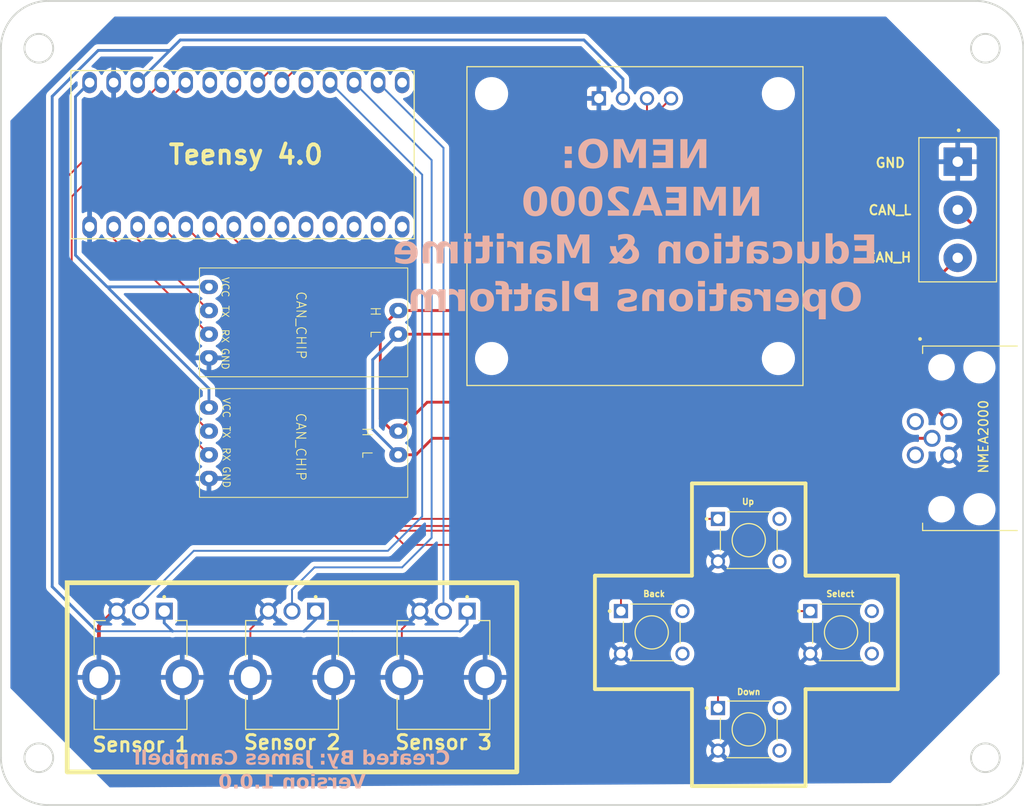
<source format=kicad_pcb>
(kicad_pcb (version 20241229) (generator "pcbnew") (generator_version "9.0")
  (layers (0 "F.Cu" signal) (2 "B.Cu" signal) (13 "F.Paste" user) (15 "B.Paste" user) (5 "F.SilkS" user "F.Silkscreen") (7 "B.SilkS" user "B.Silkscreen") (1 "F.Mask" user) (3 "B.Mask" user) (25 "Edge.Cuts" user))
  (net 0 "")
  (net 1 "CAN_L")
  (net 2 "+3.3V")
  (net 3 "CAN_H")
  (net 4 "GND")
  (net 19 "+5V")
  (net 25 "SCK")
  (net 26 "SDA")
  (net 29 "pot_1")
  (net 30 "pot_2")
  (net 31 "pot_3")
  (net 32 "button_2")
  (net 33 "button_4")
  (net 34 "button_1")
  (net 35 "button_3")
  (net 36 "CAN_1_rx")
  (net 37 "CAN_2_rx")
  (net 38 "CAN_2_tx")
  (net 39 "CAN_1_tx")
  (footprint "1825910-6:SW_1825910-6-4" (layer "F.Cu") (at 90.75 175.25)
    (property "Reference" "Back" (at 0.25 -4.0735 0) (layer "F.SilkS") (effects (font (size 0.630643 0.630643))))
    (property "Value" "1825910-6")
    (fp_line (start -2.995 -1.15) (end -2.995 1.15) (stroke (width 0.127)) (layer "F.SilkS"))
    (fp_line (start -2.2 -2.995) (end 2.3 -2.995) (stroke (width 0.127)) (layer "F.SilkS"))
    (fp_line (start 2.3 2.995) (end -2.3 2.995) (stroke (width 0.127)) (layer "F.SilkS"))
    (fp_line (start 3 -1.15) (end 3 1.15) (stroke (width 0.127)) (layer "F.SilkS"))
    (fp_circle (center -4.445 -2.25) (end -4.345 -2.25) (stroke (width 0.2)) (fill no) (layer "F.SilkS"))
    (fp_circle (center 0 0) (end 1.755 0) (stroke (width 0.127)) (fill no) (layer "F.SilkS"))
    (pad "1" thru_hole rect (at -3.25 -2.25) (size 1.498 1.498) (drill 0.99) (layers "*.Cu" "*.Mask") (net 33 "button_4"))
    (pad "2" thru_hole circle (at 3.25 -2.25) (size 1.498 1.498) (drill 0.99) (layers "*.Cu" "*.Mask"))
    (pad "3" thru_hole circle (at -3.25 2.25) (size 1.498 1.498) (drill 0.99) (layers "*.Cu" "*.Mask") (net 4 "GND"))
    (pad "4" thru_hole circle (at 3.25 2.25) (size 1.498 1.498) (drill 0.99) (layers "*.Cu" "*.Mask"))
  )
  (footprint "CAN_CHIP:CAN_CHIP" (layer "F.Cu") (at 42.97475 136.7265 -90)
    (property "Reference" "U3" (hide yes))
    (property "Value" "~" (hide yes))
    (fp_rect (start 0 -22) (end 11.5 0) (stroke (width 0.1)) (fill no) (layer "F.SilkS"))
    (fp_text user "RX" (at 6.4 -2.27525 270) (layer "F.SilkS") (effects (font (size 0.75 0.75) (thickness 0.09375)) (justify left bottom)))
    (fp_text user "GND" (at 8.4 -2.27525 270) (layer "F.SilkS") (effects (font (size 0.75 0.75) (thickness 0.09375)) (justify left bottom)))
    (fp_text user "VCC" (at 0.9 -2.27525 270) (layer "F.SilkS") (effects (font (size 0.75 0.75) (thickness 0.09375)) (justify left bottom)))
    (fp_text user "TX" (at 3.9 -2.27525 270) (layer "F.SilkS") (effects (font (size 0.75 0.75) (thickness 0.09375)) (justify left bottom)))
    (fp_text user "L" (at 6.5 -18 270) (layer "F.SilkS") (effects (font (thickness 0.1)) (justify left bottom)))
    (fp_text user "H" (at 4 -18 270) (layer "F.SilkS") (effects (font (thickness 0.1)) (justify left bottom)))
    (fp_text user "CAN_CHIP" (at 2.4 -10.15 270) (layer "F.SilkS") (effects (font (thickness 0.1)) (justify left bottom)))
    (pad "1" thru_hole oval (at 2 -1 270) (size 1.5 1.905) (drill 0.8) (layers "*.Cu" "*.Mask") (net 19 "+5V"))
    (pad "2" thru_hole oval (at 4.5 -1 270) (size 1.6 1.905) (drill 0.8) (layers "*.Cu" "*.Mask") (net 38 "CAN_2_tx"))
    (pad "3" thru_hole oval (at 7 -1 270) (size 1.6 1.905) (drill 0.8) (layers "*.Cu" "*.Mask") (net 37 "CAN_2_rx"))
    (pad "4" thru_hole oval (at 9.5 -1 270) (size 1.6 1.905) (drill 0.8) (layers "*.Cu" "*.Mask") (net 4 "GND"))
    (pad "5" thru_hole oval (at 4.5 -21 270) (size 1.6 1.905) (drill 0.8) (layers "*.Cu" "*.Mask") (net 3 "CAN_H"))
    (pad "6" thru_hole oval (at 7 -21 270) (size 1.6 1.905) (drill 0.8) (layers "*.Cu" "*.Mask") (net 1 "CAN_L"))
  )
  (footprint "RV09AF-40-20K-A10K:TRIM_RV09AF-40-20K-A10K" (layer "F.Cu") (at 36.75 180 180)
    (property "Reference" "R1" (hide yes))
    (property "Value" "RV09AF-40-20K-A10K" (hide yes))
    (fp_line (start 4.9 6) (end 4.9 2.22) (stroke (width 0.127)) (layer "F.SilkS"))
    (fp_line (start 4.9 -5.5) (end 4.9 -2.22) (stroke (width 0.127)) (layer "F.SilkS"))
    (fp_line (start 3.72 6) (end 4.9 6) (stroke (width 0.127)) (layer "F.SilkS"))
    (fp_line (start -4.9 6) (end -3.72 6) (stroke (width 0.127)) (layer "F.SilkS"))
    (fp_line (start -4.9 2.22) (end -4.9 6) (stroke (width 0.127)) (layer "F.SilkS"))
    (fp_line (start -4.9 -2.22) (end -4.9 -5.5) (stroke (width 0.127)) (layer "F.SilkS"))
    (fp_line (start -4.9 -5.5) (end 4.9 -5.5) (stroke (width 0.127)) (layer "F.SilkS"))
    (fp_circle (center -2.5 8.5) (end -2.4 8.5) (stroke (width 0.2)) (fill no) (layer "F.SilkS"))
    (pad "1" thru_hole rect (at -2.5 7 180) (size 1.8 1.8) (drill 1.2) (layers "*.Cu" "*.Mask") (net 2 "+3.3V"))
    (pad "2" thru_hole circle (at 0 7 180) (size 1.8 1.8) (drill 1.2) (layers "*.Cu" "*.Mask") (net 29 "pot_1"))
    (pad "3" thru_hole circle (at 2.5 7 180) (size 1.8 1.8) (drill 1.2) (layers "*.Cu" "*.Mask") (net 4 "GND"))
    (pad "SH1" thru_hole oval (at -4.4 0 180) (size 3.5 3.8) (drill oval 2 2.3) (layers "*.Cu" "*.Mask") (net 4 "GND"))
    (pad "SH2" thru_hole oval (at 4.4 0 180) (size 3.5 3.8) (drill oval 2 2.3) (layers "*.Cu" "*.Mask") (net 4 "GND"))
  )
  (footprint "1825910-6:SW_1825910-6-4" (layer "F.Cu") (at 110.75 175.25)
    (property "Reference" "Select" (at -0.07525 -4.0735 0) (layer "F.SilkS") (effects (font (size 0.630643 0.630643))))
    (property "Value" "1825910-6")
    (fp_line (start -2.995 -1.15) (end -2.995 1.15) (stroke (width 0.127)) (layer "F.SilkS"))
    (fp_line (start -2.2 -2.995) (end 2.3 -2.995) (stroke (width 0.127)) (layer "F.SilkS"))
    (fp_line (start 2.3 2.995) (end -2.3 2.995) (stroke (width 0.127)) (layer "F.SilkS"))
    (fp_line (start 3 -1.15) (end 3 1.15) (stroke (width 0.127)) (layer "F.SilkS"))
    (fp_circle (center -4.445 -2.25) (end -4.345 -2.25) (stroke (width 0.2)) (fill no) (layer "F.SilkS"))
    (fp_circle (center 0 0) (end 1.755 0) (stroke (width 0.127)) (fill no) (layer "F.SilkS"))
    (pad "1" thru_hole rect (at -3.25 -2.25) (size 1.498 1.498) (drill 0.99) (layers "*.Cu" "*.Mask") (net 34 "button_1"))
    (pad "2" thru_hole circle (at 3.25 -2.25) (size 1.498 1.498) (drill 0.99) (layers "*.Cu" "*.Mask"))
    (pad "3" thru_hole circle (at -3.25 2.25) (size 1.498 1.498) (drill 0.99) (layers "*.Cu" "*.Mask") (net 4 "GND"))
    (pad "4" thru_hole circle (at 3.25 2.25) (size 1.498 1.498) (drill 0.99) (layers "*.Cu" "*.Mask"))
  )
  (footprint "1825910-6:SW_1825910-6-4" (layer "F.Cu") (at 101 185.5)
    (property "Reference" "Down" (at 0 -3.9615 0) (layer "F.SilkS") (effects (font (size 0.630643 0.630643))))
    (property "Value" "1825910-6")
    (fp_line (start -2.995 -1.15) (end -2.995 1.15) (stroke (width 0.127)) (layer "F.SilkS"))
    (fp_line (start -2.2 -2.995) (end 2.3 -2.995) (stroke (width 0.127)) (layer "F.SilkS"))
    (fp_line (start 2.3 2.995) (end -2.3 2.995) (stroke (width 0.127)) (layer "F.SilkS"))
    (fp_line (start 3 -1.15) (end 3 1.15) (stroke (width 0.127)) (layer "F.SilkS"))
    (fp_circle (center -4.445 -2.25) (end -4.345 -2.25) (stroke (width 0.2)) (fill no) (layer "F.SilkS"))
    (fp_circle (center 0 0) (end 1.755 0) (stroke (width 0.127)) (fill no) (layer "F.SilkS"))
    (pad "1" thru_hole rect (at -3.25 -2.25) (size 1.498 1.498) (drill 0.99) (layers "*.Cu" "*.Mask") (net 35 "button_3"))
    (pad "2" thru_hole circle (at 3.25 -2.25) (size 1.498 1.498) (drill 0.99) (layers "*.Cu" "*.Mask"))
    (pad "3" thru_hole circle (at -3.25 2.25) (size 1.498 1.498) (drill 0.99) (layers "*.Cu" "*.Mask") (net 4 "GND"))
    (pad "4" thru_hole circle (at 3.25 2.25) (size 1.498 1.498) (drill 0.99) (layers "*.Cu" "*.Mask"))
  )
  (footprint "Teensy:MODULE_DEV-15583" (layer "F.Cu") (at 47.87475 124.75 90)
    (property "Reference" "Teensy 4.0" (at 0 0 0) (layer "F.SilkS") (effects (font (size 2 2) (thickness 0.4) (bold yes))))
    (property "Value" "DEV-15583" (hide yes))
    (fp_line (start 8.89 -18.48) (end 8.89 17.78) (stroke (width 0.127)) (layer "F.SilkS"))
    (fp_line (start -8.89 -18.48) (end 8.89 -18.48) (stroke (width 0.127)) (layer "F.SilkS"))
    (fp_line (start 8.89 17.78) (end -8.89 17.78) (stroke (width 0.127)) (layer "F.SilkS"))
    (fp_line (start -8.89 17.78) (end -8.89 -18.48) (stroke (width 0.127)) (layer "F.SilkS"))
    (pad "0" thru_hole oval (at -7.62 -13.97 90) (size 2.25 1.53) (drill 1.02) (layers "*.Cu" "*.Mask") (net 37 "CAN_2_rx"))
    (pad "1" thru_hole oval (at -7.62 -11.43 90) (size 2.25 1.53) (drill 1.02) (layers "*.Cu" "*.Mask") (net 38 "CAN_2_tx"))
    (pad "2" thru_hole oval (at -7.62 -8.89 90) (size 2.25 1.53) (drill 1.02) (layers "*.Cu" "*.Mask") (net 33 "button_4"))
    (pad "3" thru_hole oval (at -7.62 -6.35 90) (size 2.25 1.53) (drill 1.02) (layers "*.Cu" "*.Mask") (net 35 "button_3"))
    (pad "3.3V_2" thru_hole oval (at 7.62 -11.43 90) (size 2.25 1.53) (drill 1.02) (layers "*.Cu" "*.Mask") (net 2 "+3.3V"))
    (pad "4" thru_hole oval (at -7.62 -3.81 90) (size 2.25 1.53) (drill 1.02) (layers "*.Cu" "*.Mask") (net 34 "button_1"))
    (pad "5" thru_hole oval (at -7.62 -1.27 90) (size 2.25 1.53) (drill 1.02) (layers "*.Cu" "*.Mask") (net 32 "button_2"))
    (pad "6" thru_hole oval (at -7.62 1.27 90) (size 2.25 1.53) (drill 1.02) (layers "*.Cu" "*.Mask"))
    (pad "7" thru_hole oval (at -7.62 3.81 90) (size 2.25 1.53) (drill 1.02) (layers "*.Cu" "*.Mask"))
    (pad "8" thru_hole oval (at -7.62 6.35 90) (size 2.25 1.53) (drill 1.02) (layers "*.Cu" "*.Mask"))
    (pad "9" thru_hole oval (at -7.62 8.89 90) (size 2.25 1.53) (drill 1.02) (layers "*.Cu" "*.Mask"))
    (pad "10" thru_hole oval (at -7.62 11.43 90) (size 2.25 1.53) (drill 1.02) (layers "*.Cu" "*.Mask"))
    (pad "11" thru_hole oval (at -7.62 13.97 90) (size 2.25 1.53) (drill 1.02) (layers "*.Cu" "*.Mask"))
    (pad "12" thru_hole oval (at -7.62 16.51 90) (size 2.25 1.53) (drill 1.02) (layers "*.Cu" "*.Mask"))
    (pad "13" thru_hole oval (at 7.62 16.51 90) (size 2.25 1.53) (drill 1.02) (layers "*.Cu" "*.Mask"))
    (pad "14" thru_hole oval (at 7.62 13.97 90) (size 2.25 1.53) (drill 1.02) (layers "*.Cu" "*.Mask") (net 31 "pot_3"))
    (pad "15" thru_hole oval (at 7.62 11.43 90) (size 2.25 1.53) (drill 1.02) (layers "*.Cu" "*.Mask") (net 30 "pot_2"))
    (pad "16" thru_hole oval (at 7.62 8.89 90) (size 2.25 1.53) (drill 1.02) (layers "*.Cu" "*.Mask") (net 29 "pot_1"))
    (pad "17" thru_hole oval (at 7.62 6.35 90) (size 2.25 1.53) (drill 1.02) (layers "*.Cu" "*.Mask"))
    (pad "18" thru_hole oval (at 7.62 3.81 90) (size 2.25 1.53) (drill 1.02) (layers "*.Cu" "*.Mask") (net 26 "SDA"))
    (pad "19" thru_hole oval (at 7.62 1.27 90) (size 2.25 1.53) (drill 1.02) (layers "*.Cu" "*.Mask") (net 25 "SCK"))
    (pad "20" thru_hole oval (at 7.62 -1.27 90) (size 2.25 1.53) (drill 1.02) (layers "*.Cu" "*.Mask"))
    (pad "21" thru_hole oval (at 7.62 -3.81 90) (size 2.25 1.53) (drill 1.02) (layers "*.Cu" "*.Mask"))
    (pad "22" thru_hole oval (at 7.62 -6.35 90) (size 2.25 1.53) (drill 1.02) (layers "*.Cu" "*.Mask") (net 39 "CAN_1_tx"))
    (pad "23" thru_hole oval (at 7.62 -8.89 90) (size 2.25 1.53) (drill 1.02) (layers "*.Cu" "*.Mask") (net 36 "CAN_1_rx"))
    (pad "G1" thru_hole oval (at -7.62 -16.51 90) (size 2.25 1.53) (drill 1.02) (layers "*.Cu" "*.Mask") (net 4 "GND"))
    (pad "G3" thru_hole oval (at 7.62 -13.97 90) (size 2.25 1.53) (drill 1.02) (layers "*.Cu" "*.Mask") (net 4 "GND"))
    (pad "VIN" thru_hole oval (at 7.62 -16.51 90) (size 2.25 1.53) (drill 1.02) (layers "*.Cu" "*.Mask") (net 19 "+5V"))
  )
  (footprint "OLED_128X64_1.3_I2C:LCD_OLED_128X64_1.3_I2C" (layer "F.Cu") (at 88.98 132.3)
    (property "Reference" "DS1" (hide yes))
    (property "Value" "OLED_128X64_1.3_I2C" (hide yes))
    (fp_line (start -17.75 -16.85) (end 17.75 -16.85) (stroke (width 0.127)) (layer "F.SilkS"))
    (fp_line (start -17.75 16.85) (end -17.75 -16.85) (stroke (width 0.127)) (layer "F.SilkS"))
    (fp_line (start 17.75 -16.85) (end 17.75 16.85) (stroke (width 0.127)) (layer "F.SilkS"))
    (fp_line (start 17.75 16.85) (end -17.75 16.85) (stroke (width 0.127)) (layer "F.SilkS"))
    (fp_circle (center -3.81 -17.4) (end -3.71 -17.4) (stroke (width 0.2)) (fill no) (layer "F.SilkS"))
    (pad "" np_thru_hole circle (at -15.15 -14) (size 3 3) (drill 3) (layers "*.Cu" "*.Mask"))
    (pad "" np_thru_hole circle (at -15.15 14) (size 3 3) (drill 3) (layers "*.Cu" "*.Mask"))
    (pad "" np_thru_hole circle (at 15.15 -14) (size 3 3) (drill 3) (layers "*.Cu" "*.Mask"))
    (pad "" np_thru_hole circle (at 15.15 14) (size 3 3) (drill 3) (layers "*.Cu" "*.Mask"))
    (pad "1" thru_hole rect (at -3.81 -13.5) (size 1.508 1.508) (drill 1) (layers "*.Cu" "*.Mask") (net 4 "GND"))
    (pad "2" thru_hole circle (at -1.27 -13.5) (size 1.508 1.508) (drill 1) (layers "*.Cu" "*.Mask") (net 2 "+3.3V"))
    (pad "3" thru_hole circle (at 1.27 -13.5) (size 1.508 1.508) (drill 1) (layers "*.Cu" "*.Mask") (net 25 "SCK"))
    (pad "4" thru_hole circle (at 3.81 -13.5) (size 1.508 1.508) (drill 1) (layers "*.Cu" "*.Mask") (net 26 "SDA"))
  )
  (footprint "1825910-6:SW_1825910-6-4" (layer "F.Cu") (at 101 165.5)
    (property "Reference" "Up" (at -0.07525 -4.0735 0) (layer "F.SilkS") (effects (font (size 0.630643 0.630643))))
    (property "Value" "1825910-6")
    (fp_line (start -2.995 -1.15) (end -2.995 1.15) (stroke (width 0.127)) (layer "F.SilkS"))
    (fp_line (start -2.2 -2.995) (end 2.3 -2.995) (stroke (width 0.127)) (layer "F.SilkS"))
    (fp_line (start 2.3 2.995) (end -2.3 2.995) (stroke (width 0.127)) (layer "F.SilkS"))
    (fp_line (start 3 -1.15) (end 3 1.15) (stroke (width 0.127)) (layer "F.SilkS"))
    (fp_circle (center -4.445 -2.25) (end -4.345 -2.25) (stroke (width 0.2)) (fill no) (layer "F.SilkS"))
    (fp_circle (center 0 0) (end 1.755 0) (stroke (width 0.127)) (fill no) (layer "F.SilkS"))
    (pad "1" thru_hole rect (at -3.25 -2.25) (size 1.498 1.498) (drill 0.99) (layers "*.Cu" "*.Mask") (net 32 "button_2"))
    (pad "2" thru_hole circle (at 3.25 -2.25) (size 1.498 1.498) (drill 0.99) (layers "*.Cu" "*.Mask"))
    (pad "3" thru_hole circle (at -3.25 2.25) (size 1.498 1.498) (drill 0.99) (layers "*.Cu" "*.Mask") (net 4 "GND"))
    (pad "4" thru_hole circle (at 3.25 2.25) (size 1.498 1.498) (drill 0.99) (layers "*.Cu" "*.Mask"))
  )
  (footprint "CAN_CHIP:CAN_CHIP" (layer "F.Cu") (at 42.97475 149.4765 -90)
    (property "Reference" "U2" (hide yes))
    (property "Value" "~" (hide yes))
    (fp_rect (start 0 -22) (end 11.5 0) (stroke (width 0.1)) (fill no) (layer "F.SilkS"))
    (fp_text user "VCC" (at 0.9 -2.4 270) (layer "F.SilkS") (effects (font (size 0.75 0.75) (thickness 0.09375)) (justify left bottom)))
    (fp_text user "RX" (at 6.15 -2.4 270) (layer "F.SilkS") (effects (font (size 0.75 0.75) (thickness 0.09375)) (justify left bottom)))
    (fp_text user "L" (at 6.5 -17.12475 270) (layer "F.SilkS") (effects (font (thickness 0.1)) (justify left bottom)))
    (fp_text user "TX" (at 3.9 -2.4 270) (layer "F.SilkS") (effects (font (size 0.75 0.75) (thickness 0.1)) (justify left bottom)))
    (fp_text user "CAN_CHIP" (at 2.5 -10.12475 270) (layer "F.SilkS") (effects (font (thickness 0.1)) (justify left bottom)))
    (fp_text user "H" (at 4 -17.12475 270) (layer "F.SilkS") (effects (font (thickness 0.1)) (justify left bottom)))
    (fp_text user "GND" (at 8.15 -2.4 270) (layer "F.SilkS") (effects (font (size 0.75 0.75) (thickness 0.09375)) (justify left bottom)))
    (pad "1" thru_hole oval (at 2 -1 270) (size 1.5 1.905) (drill 0.8) (layers "*.Cu" "*.Mask") (net 19 "+5V"))
    (pad "2" thru_hole oval (at 4.5 -1 270) (size 1.6 1.905) (drill 0.8) (layers "*.Cu" "*.Mask") (net 39 "CAN_1_tx"))
    (pad "3" thru_hole oval (at 7 -1 270) (size 1.6 1.905) (drill 0.8) (layers "*.Cu" "*.Mask") (net 36 "CAN_1_rx"))
    (pad "4" thru_hole oval (at 9.5 -1 270) (size 1.6 1.905) (drill 0.8) (layers "*.Cu" "*.Mask") (net 4 "GND"))
    (pad "5" thru_hole oval (at 4.5 -21 270) (size 1.6 1.905) (drill 0.8) (layers "*.Cu" "*.Mask") (net 3 "CAN_H"))
    (pad "6" thru_hole oval (at 7 -21 270) (size 1.6 1.905) (drill 0.8) (layers "*.Cu" "*.Mask") (net 1 "CAN_L"))
  )
  (footprint "RV09AF-40-20K-A10K:TRIM_RV09AF-40-20K-A10K" (layer "F.Cu") (at 52.75 180 180)
    (property "Reference" "R2" (hide yes))
    (property "Value" "RV09AF-40-20K-A10K" (hide yes))
    (fp_line (start 4.9 6) (end 4.9 2.22) (stroke (width 0.127)) (layer "F.SilkS"))
    (fp_line (start 4.9 -5.5) (end 4.9 -2.22) (stroke (width 0.127)) (layer "F.SilkS"))
    (fp_line (start 3.72 6) (end 4.9 6) (stroke (width 0.127)) (layer "F.SilkS"))
    (fp_line (start -4.9 6) (end -3.72 6) (stroke (width 0.127)) (layer "F.SilkS"))
    (fp_line (start -4.9 2.22) (end -4.9 6) (stroke (width 0.127)) (layer "F.SilkS"))
    (fp_line (start -4.9 -2.22) (end -4.9 -5.5) (stroke (width 0.127)) (layer "F.SilkS"))
    (fp_line (start -4.9 -5.5) (end 4.9 -5.5) (stroke (width 0.127)) (layer "F.SilkS"))
    (fp_circle (center -2.5 8.5) (end -2.4 8.5) (stroke (width 0.2)) (fill no) (layer "F.SilkS"))
    (pad "1" thru_hole rect (at -2.5 7 180) (size 1.8 1.8) (drill 1.2) (layers "*.Cu" "*.Mask") (net 2 "+3.3V"))
    (pad "2" thru_hole circle (at 0 7 180) (size 1.8 1.8) (drill 1.2) (layers "*.Cu" "*.Mask") (net 30 "pot_2"))
    (pad "3" thru_hole circle (at 2.5 7 180) (size 1.8 1.8) (drill 1.2) (layers "*.Cu" "*.Mask") (net 4 "GND"))
    (pad "SH1" thru_hole oval (at -4.4 0 180) (size 3.5 3.8) (drill oval 2 2.3) (layers "*.Cu" "*.Mask") (net 4 "GND"))
    (pad "SH2" thru_hole oval (at 4.4 0 180) (size 3.5 3.8) (drill oval 2 2.3) (layers "*.Cu" "*.Mask") (net 4 "GND"))
  )
  (footprint "CAN_CHIP:NMEA2000" (layer "F.Cu") (at 120.3675 154.73225 90)
    (property "Reference" "NMEA2000" (at 0.16775 5.43225 90) (layer "F.SilkS"))
    (property "Value" "54-00387" (hide yes))
    (fp_line (start 9.75 -1) (end 8.97 -1) (stroke (width 0.127)) (layer "F.SilkS"))
    (fp_line (start -9.75 -1) (end -8.97 -1) (stroke (width 0.127)) (layer "F.SilkS"))
    (fp_line (start 9.75 9) (end 9.75 -1) (stroke (width 0.127)) (layer "F.SilkS"))
    (fp_line (start -9.75 9) (end -9.75 -1) (stroke (width 0.127)) (layer "F.SilkS"))
    (fp_circle (center 10.5 -1.27) (end 10.6 -1.27) (stroke (width 0.2)) (fill no) (layer "F.SilkS"))
    (pad "" np_thru_hole circle (at -7.5 1 90) (size 2.3 2.3) (drill 2.3) (layers "*.Cu" "*.Mask"))
    (pad "" np_thru_hole circle (at -7.5 5 90) (size 2.9 2.9) (drill 2.9) (layers "*.Cu" "*.Mask"))
    (pad "" np_thru_hole circle (at 7.5 1 90) (size 2.3 2.3) (drill 2.3) (layers "*.Cu" "*.Mask"))
    (pad "" np_thru_hole circle (at 7.5 5 90) (size 2.9 2.9) (drill 2.9) (layers "*.Cu" "*.Mask"))
    (pad "1" thru_hole circle (at 1.76775 -1.76775 90) (size 1.8 1.8) (drill 1.2) (layers "*.Cu" "*.Mask"))
    (pad "2" thru_hole circle (at -1.76775 -1.76775 90) (size 1.8 1.8) (drill 1.2) (layers "*.Cu" "*.Mask"))
    (pad "3" thru_hole circle (at -1.76775 1.76775 90) (size 1.8 1.8) (drill 1.2) (layers "*.Cu" "*.Mask") (net 4 "GND"))
    (pad "4" thru_hole circle (at 1.76775 1.76775 90) (size 1.8 1.8) (drill 1.2) (layers "*.Cu" "*.Mask") (net 3 "CAN_H"))
    (pad "5" thru_hole circle (at 0 0 90) (size 1.8 1.8) (drill 1.2) (layers "*.Cu" "*.Mask") (net 1 "CAN_L"))
  )
  (footprint "RV09AF-40-20K-A10K:TRIM_RV09AF-40-20K-A10K" (layer "F.Cu") (at 68.75 180 180)
    (property "Reference" "R3" (hide yes))
    (property "Value" "RV09AF-40-20K-A10K" (hide yes))
    (fp_line (start 4.9 6) (end 4.9 2.22) (stroke (width 0.127)) (layer "F.SilkS"))
    (fp_line (start 4.9 -5.5) (end 4.9 -2.22) (stroke (width 0.127)) (layer "F.SilkS"))
    (fp_line (start 3.72 6) (end 4.9 6) (stroke (width 0.127)) (layer "F.SilkS"))
    (fp_line (start -4.9 6) (end -3.72 6) (stroke (width 0.127)) (layer "F.SilkS"))
    (fp_line (start -4.9 2.22) (end -4.9 6) (stroke (width 0.127)) (layer "F.SilkS"))
    (fp_line (start -4.9 -2.22) (end -4.9 -5.5) (stroke (width 0.127)) (layer "F.SilkS"))
    (fp_line (start -4.9 -5.5) (end 4.9 -5.5) (stroke (width 0.127)) (layer "F.SilkS"))
    (fp_circle (center -2.5 8.5) (end -2.4 8.5) (stroke (width 0.2)) (fill no) (layer "F.SilkS"))
    (pad "1" thru_hole rect (at -2.5 7 180) (size 1.8 1.8) (drill 1.2) (layers "*.Cu" "*.Mask") (net 2 "+3.3V"))
    (pad "2" thru_hole circle (at 0 7 180) (size 1.8 1.8) (drill 1.2) (layers "*.Cu" "*.Mask") (net 31 "pot_3"))
    (pad "3" thru_hole circle (at 2.5 7 180) (size 1.8 1.8) (drill 1.2) (layers "*.Cu" "*.Mask") (net 4 "GND"))
    (pad "SH1" thru_hole oval (at -4.4 0 180) (size 3.5 3.8) (drill oval 2 2.3) (layers "*.Cu" "*.Mask") (net 4 "GND"))
    (pad "SH2" thru_hole oval (at 4.4 0 180) (size 3.5 3.8) (drill oval 2 2.3) (layers "*.Cu" "*.Mask") (net 4 "GND"))
  )
  (footprint "3_pin_terminal_block:TE_282837-3" (layer "F.Cu") (at 123.07525 130.57525 -90)
    (property "Reference" "J1" (hide yes))
    (property "Value" "282837-3" (hide yes))
    (fp_line (start -7.62 4.1) (end -7.62 -4.1) (stroke (width 0.127)) (layer "F.SilkS"))
    (fp_line (start 7.62 4.1) (end -7.62 4.1) (stroke (width 0.127)) (layer "F.SilkS"))
    (fp_line (start -7.62 -4.1) (end 7.62 -4.1) (stroke (width 0.127)) (layer "F.SilkS"))
    (fp_line (start 7.62 -4.1) (end 7.62 4.1) (stroke (width 0.127)) (layer "F.SilkS"))
    (fp_circle (center -8.4 -0.1) (end -8.3 -0.1) (stroke (width 0.2)) (fill no) (layer "F.SilkS"))
    (pad "1" thru_hole rect (at -5.08 0 270) (size 3 3) (drill 1.1) (layers "*.Cu" "*.Mask") (net 4 "GND"))
    (pad "2" thru_hole circle (at 0 0 270) (size 3 3) (drill 1.1) (layers "*.Cu" "*.Mask") (net 1 "CAN_L"))
    (pad "3" thru_hole circle (at 5.08 0 270) (size 3 3) (drill 1.1) (layers "*.Cu" "*.Mask") (net 3 "CAN_H"))
  )
  (gr_line (start 84.75 181.25) (end 95 181.25) (stroke (width 0.4)) (layer "F.SilkS"))
  (gr_line (start 116.75 181.25) (end 116.75 169.25) (stroke (width 0.4)) (layer "F.SilkS"))
  (gr_line (start 107 191.5) (end 107 181.25) (stroke (width 0.4)) (layer "F.SilkS"))
  (gr_line (start 107 159.5) (end 95 159.5) (stroke (width 0.4)) (layer "F.SilkS"))
  (gr_line (start 95 191.5) (end 107 191.5) (stroke (width 0.4)) (layer "F.SilkS"))
  (gr_line (start 95 169.25) (end 84.75 169.25) (stroke (width 0.4)) (layer "F.SilkS"))
  (gr_line (start 95 159.5) (end 95 169.25) (stroke (width 0.4)) (layer "F.SilkS"))
  (gr_line (start 107 169.25) (end 107 159.5) (stroke (width 0.4)) (layer "F.SilkS"))
  (gr_line (start 116.75 169.25) (end 107 169.25) (stroke (width 0.4)) (layer "F.SilkS"))
  (gr_rect (start 29 170) (end 76.5 190) (stroke (width 0.5)) (fill no) (layer "F.SilkS"))
  (gr_line (start 95 181.25) (end 95 191.5) (stroke (width 0.4)) (layer "F.SilkS"))
  (gr_line (start 107 181.25) (end 116.75 181.25) (stroke (width 0.4)) (layer "F.SilkS"))
  (gr_line (start 84.75 169.25) (end 84.75 181.25) (stroke (width 0.4)) (layer "F.SilkS"))
  (gr_line (start 22 113.5) (end 22 188.5) (stroke (width 0.2)) (layer "Edge.Cuts"))
  (gr_circle (center 126 113.5) (end 127.52 113.5) (stroke (width 0.2)) (fill no) (layer "Edge.Cuts"))
  (gr_arc (start 22 113.5) (mid 23.464466 109.964466) (end 27 108.5) (stroke (width 0.2)) (layer "Edge.Cuts"))
  (gr_arc (start 27 193.5) (mid 23.464466 192.035534) (end 22 188.5) (stroke (width 0.2)) (layer "Edge.Cuts"))
  (gr_line (start 130 113.5) (end 130 188.5) (stroke (width 0.2)) (layer "Edge.Cuts"))
  (gr_circle (center 26 188.5) (end 27.52 188.5) (stroke (width 0.2)) (fill no) (layer "Edge.Cuts"))
  (gr_line (start 27 193.5) (end 125 193.5) (stroke (width 0.2)) (layer "Edge.Cuts"))
  (gr_circle (center 126 188.5) (end 127.52 188.5) (stroke (width 0.2)) (fill no) (layer "Edge.Cuts"))
  (gr_arc (start 125 108.5) (mid 128.535534 109.964466) (end 130 113.5) (stroke (width 0.2)) (layer "Edge.Cuts"))
  (gr_line (start 27 108.5) (end 125 108.5) (stroke (width 0.2)) (layer "Edge.Cuts"))
  (gr_arc (start 130 188.5) (mid 128.535534 192.035534) (end 125 193.5) (stroke (width 0.2)) (layer "Edge.Cuts"))
  (gr_circle (center 26 113.5) (end 27.52 113.5) (stroke (width 0.2)) (fill no) (layer "Edge.Cuts"))
  (gr_text "GND" (at 114.298063 126.20175 0) (layer "F.SilkS") (effects (font (size 1 1) (thickness 0.2) (bold yes)) (justify left bottom)))
  (gr_text "CAN_L" (at 113.548063 131.20175 0) (layer "F.SilkS") (effects (font (size 1 1) (thickness 0.2) (bold yes)) (justify left bottom)))
  (gr_text "Sensor 3" (at 63.5 187.75 0) (layer "F.SilkS") (effects (font (size 1.5 1.5) (thickness 0.3) (bold yes)) (justify left bottom)))
  (gr_text "Sensor 2" (at 47.5 187.75 0) (layer "F.SilkS") (effects (font (size 1.5 1.5) (thickness 0.3) (bold yes)) (justify left bottom)))
  (gr_text "Sensor 1" (at 31.5 188 0) (layer "F.SilkS") (effects (font (size 1.5 1.5) (thickness 0.3) (bold yes)) (justify left bottom)))
  (gr_text "CAN_H" (at 113.298063 136.20175 0) (layer "F.SilkS") (effects (font (size 1 1) (thickness 0.2) (bold yes)) (justify left bottom)))
  (gr_text "Created By: James Campbell\nVersion 1.0.0" (at 52.75 192 0) (layer "B.SilkS") (effects (font (size 1.5 1.5) (thickness 0.375) (bold yes)) (justify bottom mirror)))
  (gr_text "NEMO:\nNMEA2000 \nEducation & Maritime\nOperations Platform\n\n" (at 89 135 0) (layer "B.SilkS") (effects (font (size 3 3) (thickness 0.25) (bold yes)) (justify mirror)))
  (segment (start 119.27525 143.7265) (end 63.97475 143.7265) (width 0.3) (layer "F.Cu") (net 1))
  (segment (start 67.595001 154.73225) (end 120.3675 154.73225) (width 0.3) (layer "F.Cu") (net 1))
  (segment (start 126 137.00175) (end 119.27525 143.7265) (width 0.3) (layer "F.Cu") (net 1))
  (segment (start 126 133.5) (end 126 137.00175) (width 0.3) (layer "F.Cu") (net 1))
  (segment (start 65.850751 156.4765) (end 63.97475 156.4765) (width 0.3) (layer "F.Cu") (net 1))
  (segment (start 123.07525 130.57525) (end 126 133.5) (width 0.3) (layer "F.Cu") (net 1))
  (segment (start 67.595001 154.73225) (end 65.850751 156.4765) (width 0.3) (layer "F.Cu") (net 1))
  (segment (start 63.97475 156.4765) (end 61.27475 153.7765) (width 0.3) (layer "B.Cu") (net 1))
  (segment (start 61.27475 153.7765) (end 61.27475 146.4265) (width 0.3) (layer "B.Cu") (net 1))
  (segment (start 61.27475 146.4265) (end 63.97475 143.7265) (width 0.3) (layer "B.Cu") (net 1))
  (segment (start 40.12475 175.1265) (end 39.25 174.25175) (width 0.3) (layer "B.Cu") (net 2))
  (segment (start 59.12475 175.1265) (end 54 175.1265) (width 0.2) (layer "B.Cu") (net 2))
  (segment (start 71.25 174.3765) (end 71.25 173) (width 0.3) (layer "B.Cu") (net 2))
  (segment (start 39.25 174.25175) (end 39.25 172.25) (width 0.3) (layer "B.Cu") (net 2))
  (segment (start 87.71 116.75) (end 87.71 118.8) (width 0.3) (layer "B.Cu") (net 2))
  (segment (start 83.5865 112.6265) (end 87.71 116.75) (width 0.3) (layer "B.Cu") (net 2))
  (segment (start 27.414125 118.585875) (end 27.414125 170.415875) (width 0.3) (layer "B.Cu") (net 2))
  (segment (start 54 175.1265) (end 40.12475 175.1265) (width 0.2) (layer "B.Cu") (net 2))
  (segment (start 40.94825 112.6265) (end 39.84825 113.7265) (width 0.2) (layer "B.Cu") (net 2))
  (segment (start 55.25 173.8765) (end 55.25 173) (width 0.2) (layer "B.Cu") (net 2))
  (segment (start 32.12475 175.1265) (end 40.12475 175.1265) (width 0.2) (layer "B.Cu") (net 2))
  (segment (start 70.5 175.1265) (end 59.12475 175.1265) (width 0.2) (layer "B.Cu") (net 2))
  (segment (start 70.5 175.1265) (end 71.25 174.3765) (width 0.3) (layer "B.Cu") (net 2))
  (segment (start 40.94825 112.6265) (end 83.5865 112.6265) (width 0.3) (layer "B.Cu") (net 2))
  (segment (start 39.84825 113.7265) (end 32.2735 113.7265) (width 0.3) (layer "B.Cu") (net 2))
  (segment (start 36.44475 117.13) (end 40.94825 112.6265) (width 0.3) (layer "B.Cu") (net 2))
  (segment (start 54 175.1265) (end 55.25 173.8765) (width 0.3) (layer "B.Cu") (net 2))
  (segment (start 32.2735 113.7265) (end 27.414125 118.585875) (width 0.3) (layer "B.Cu") (net 2))
  (segment (start 27.414125 170.415875) (end 32.12475 175.1265) (width 0.3) (layer "B.Cu") (net 2))
  (segment (start 63.97475 141.2265) (end 117.504 141.2265) (width 0.3) (layer "F.Cu") (net 3))
  (segment (start 67.03925 150.912) (end 113.5 150.912) (width 0.3) (layer "F.Cu") (net 3))
  (segment (start 113.5 150.912) (end 120.08275 150.912) (width 0.3) (layer "F.Cu") (net 3))
  (segment (start 63.97475 153.9765) (end 67.03925 150.912) (width 0.3) (layer "F.Cu") (net 3))
  (segment (start 63.97475 141.2265) (end 62.07475 143.1265) (width 0.3) (layer "F.Cu") (net 3))
  (segment (start 62.07475 143.1265) (end 62.07475 152.6765) (width 0.3) (layer "F.Cu") (net 3))
  (segment (start 120.08275 150.912) (end 122.13525 152.9645) (width 0.3) (layer "F.Cu") (net 3))
  (segment (start 62.07475 152.6765) (end 63.37475 153.9765) (width 0.3) (layer "F.Cu") (net 3))
  (segment (start 117.504 141.2265) (end 123.07525 135.65525) (width 0.3) (layer "F.Cu") (net 3))
  (segment (start 63.37475 153.9765) (end 63.97475 153.9765) (width 0.2) (layer "F.Cu") (net 3))
  (segment (start 64.35 180) (end 64.35 174.9) (width 0.2) (layer "F.Cu") (net 4))
  (segment (start 48.35 174.9) (end 50.25 173) (width 0.2) (layer "F.Cu") (net 4))
  (segment (start 64.35 174.9) (end 66.25 173) (width 0.2) (layer "F.Cu") (net 4))
  (segment (start 32.35 174.5765) (end 32.35 179.6765) (width 0.4) (layer "F.Cu") (net 4))
  (segment (start 34.25 172.6765) (end 32.35 174.5765) (width 0.4) (layer "F.Cu") (net 4))
  (segment (start 48.35 180) (end 48.35 174.9) (width 0.2) (layer "F.Cu") (net 4))
  (segment (start 29.87475 135.3765) (end 33.22475 138.7265) (width 0.3) (layer "B.Cu") (net 19))
  (segment (start 29.87475 118.62) (end 29.87475 135.3765) (width 0.3) (layer "B.Cu") (net 19))
  (segment (start 33.37475 138.8765) (end 43.97475 149.4765) (width 0.3) (layer "B.Cu") (net 19))
  (segment (start 33.37475 138.7265) (end 33.37475 138.8765) (width 0.2) (layer "B.Cu") (net 19))
  (segment (start 31.36475 117.13) (end 29.87475 118.62) (width 0.3) (layer "B.Cu") (net 19))
  (segment (start 33.22475 138.7265) (end 33.37475 138.7265) (width 0.2) (layer "B.Cu") (net 19))
  (segment (start 43.97475 149.4765) (end 43.97475 151.4765) (width 0.3) (layer "B.Cu") (net 19))
  (segment (start 33.37475 138.7265) (end 43.97475 138.7265) (width 0.3) (layer "B.Cu") (net 19))
  (segment (start 52.02475 114.25) (end 76.49825 114.25) (width 0.2) (layer "F.Cu") (net 25))
  (segment (start 76.49825 114.25) (end 83.24825 121) (width 0.2) (layer "F.Cu") (net 25))
  (segment (start 83.24825 121) (end 89.5 121) (width 0.2) (layer "F.Cu") (net 25))
  (segment (start 90.25 120.25) (end 90.25 118.8) (width 0.2) (layer "F.Cu") (net 25))
  (segment (start 49.14475 117.13) (end 52.02475 114.25) (width 0.2) (layer "F.Cu") (net 25))
  (segment (start 89.5 121) (end 90.25 120.25) (width 0.2) (layer "F.Cu") (net 25))
  (segment (start 81.74825 122) (end 89.59 122) (width 0.2) (layer "F.Cu") (net 26))
  (segment (start 89.59 122) (end 92.79 118.8) (width 0.2) (layer "F.Cu") (net 26))
  (segment (start 74.87475 115.1265) (end 81.74825 122) (width 0.2) (layer "F.Cu") (net 26))
  (segment (start 51.68475 117.13) (end 53.68825 115.1265) (width 0.2) (layer "F.Cu") (net 26))
  (segment (start 53.68825 115.1265) (end 74.87475 115.1265) (width 0.2) (layer "F.Cu") (net 26))
  (segment (start 66.5 126.86525) (end 66.5 163.00125) (width 0.2) (layer "B.Cu") (net 29))
  (segment (start 56.76475 117.13) (end 66.5 126.86525) (width 0.2) (layer "B.Cu") (net 29))
  (segment (start 62.87475 166.6265) (end 42.3735 166.6265) (width 0.2) (layer "B.Cu") (net 29))
  (segment (start 66.5 163.00125) (end 62.87475 166.6265) (width 0.2) (layer "B.Cu") (net 29))
  (segment (start 42.3735 166.6265) (end 36.75 172.25) (width 0.2) (layer "B.Cu") (net 29))
  (segment (start 64.37475 168.3765) (end 55.1235 168.3765) (width 0.2) (layer "B.Cu") (net 30))
  (segment (start 55.1235 168.3765) (end 52.75 170.75) (width 0.2) (layer "B.Cu") (net 30))
  (segment (start 67.5 125.32525) (end 67.5 165.25125) (width 0.2) (layer "B.Cu") (net 30))
  (segment (start 52.75 170.75) (end 52.75 173) (width 0.2) (layer "B.Cu") (net 30))
  (segment (start 59.30475 117.13) (end 67.5 125.32525) (width 0.2) (layer "B.Cu") (net 30))
  (segment (start 67.5 165.25125) (end 64.37475 168.3765) (width 0.2) (layer "B.Cu") (net 30))
  (segment (start 61.84475 117.13) (end 68.75 124.03525) (width 0.2) (layer "B.Cu") (net 31))
  (segment (start 68.75 124.03525) (end 68.75 173) (width 0.2) (layer "B.Cu") (net 31))
  (segment (start 64.04825 163.25) (end 97.75 163.25) (width 0.2) (layer "F.Cu") (net 32))
  (segment (start 46.60475 133.6065) (end 60.07475 147.0765) (width 0.2) (layer "F.Cu") (net 32))
  (segment (start 60.07475 147.0765) (end 60.07475 159.2765) (width 0.2) (layer "F.Cu") (net 32))
  (segment (start 60.07475 159.2765) (end 64.04825 163.25) (width 0.2) (layer "F.Cu") (net 32))
  (segment (start 46.60475 132.37) (end 46.60475 133.6065) (width 0.2) (layer "F.Cu") (net 32))
  (segment (start 46.60475 132.37) (end 46.60475 133.60475) (width 0.2) (layer "B.Cu") (net 32))
  (segment (start 38.98475 132.37) (end 42.36475 135.75) (width 0.2) (layer "F.Cu") (net 33))
  (segment (start 87.5 168.75) (end 87.5 173) (width 0.2) (layer "F.Cu") (net 33))
  (segment (start 45.14825 135.75) (end 57.87475 148.4765) (width 0.2) (layer "F.Cu") (net 33))
  (segment (start 64.59825 166) (end 84.75 166) (width 0.2) (layer "F.Cu") (net 33))
  (segment (start 84.75 166) (end 87.5 168.75) (width 0.2) (layer "F.Cu") (net 33))
  (segment (start 42.36475 135.75) (end 45.14825 135.75) (width 0.2) (layer "F.Cu") (net 33))
  (segment (start 57.87475 159.2765) (end 64.59825 166) (width 0.2) (layer "F.Cu") (net 33))
  (segment (start 57.87475 148.4765) (end 57.87475 159.2765) (width 0.2) (layer "F.Cu") (net 33))
  (segment (start 59.67375 147.979) (end 59.67375 159.4426) (width 0.2) (layer "F.Cu") (net 34))
  (segment (start 59.67375 159.4426) (end 64.23115 164) (width 0.2) (layer "F.Cu") (net 34))
  (segment (start 91 164) (end 100 173) (width 0.2) (layer "F.Cu") (net 34))
  (segment (start 64.23115 164) (end 91 164) (width 0.2) (layer "F.Cu") (net 34))
  (segment (start 100 173) (end 107.5 173) (width 0.2) (layer "F.Cu") (net 34))
  (segment (start 44.06475 132.37) (end 59.67375 147.979) (width 0.2) (layer "F.Cu") (net 34))
  (segment (start 41.52475 132.37) (end 44.15475 135) (width 0.2) (layer "F.Cu") (net 35))
  (segment (start 44.15475 135) (end 45.59825 135) (width 0.2) (layer "F.Cu") (net 35))
  (segment (start 45.59825 135) (end 58.67475 148.0765) (width 0.2) (layer "F.Cu") (net 35))
  (segment (start 97.75 172.5) (end 97.75 183.25) (width 0.2) (layer "F.Cu") (net 35))
  (segment (start 58.67475 148.0765) (end 58.67475 159.2765) (width 0.2) (layer "F.Cu") (net 35))
  (segment (start 89.75 164.5) (end 97.75 172.5) (width 0.2) (layer "F.Cu") (net 35))
  (segment (start 58.67475 159.2765) (end 63.89825 164.5) (width 0.2) (layer "F.Cu") (net 35))
  (segment (start 63.89825 164.5) (end 89.75 164.5) (width 0.2) (layer "F.Cu") (net 35))
  (segment (start 28.67475 127.44) (end 38.98475 117.13) (width 0.2) (layer "F.Cu") (net 36))
  (segment (start 28.67475 141.1765) (end 28.67475 127.44) (width 0.2) (layer "F.Cu") (net 36))
  (segment (start 28.67475 141.1765) (end 43.97475 156.4765) (width 0.2) (layer "F.Cu") (net 36))
  (segment (start 33.90475 132.37) (end 33.90475 133.6565) (width 0.2) (layer "F.Cu") (net 37))
  (segment (start 33.90475 133.6565) (end 43.97475 143.7265) (width 0.2) (layer "F.Cu") (net 37))
  (segment (start 36.44475 133.6965) (end 43.97475 141.2265) (width 0.2) (layer "F.Cu") (net 38))
  (segment (start 36.44475 132.37) (end 36.44475 133.6965) (width 0.2) (layer "F.Cu") (net 38))
  (segment (start 29.47475 129.18) (end 41.52475 117.13) (width 0.2) (layer "F.Cu") (net 39))
  (segment (start 29.47475 139.4765) (end 43.97475 153.9765) (width 0.2) (layer "F.Cu") (net 39))
  (segment (start 29.47475 139.4765) (end 29.47475 129.18) (width 0.2) (layer "F.Cu") (net 39))
  (zone (net 4) (net_name "GND") (layer "B.Cu") (connect_pads (clearance 0.5)) (min_thickness 0.25) (fill yes (thermal_gap 0.5) (thermal_bridge_width 0.5))
    (polygon (pts (xy 34 110.15) (xy 115.5 110.15) (xy 127.5 122.15) (xy 127.5 179.65) (xy 115.977528 191.172472) (xy 33.483334 191.633334) (xy 23 181.15) (xy 23 121.15)))
  )
)
</source>
